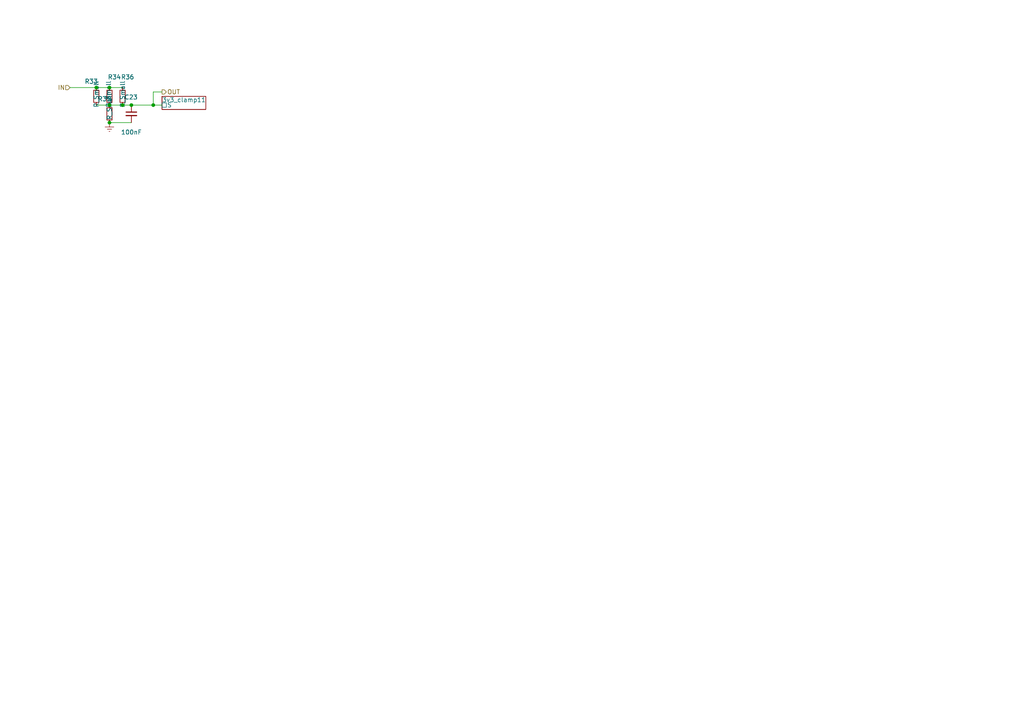
<source format=kicad_sch>
(kicad_sch (version 20231120) (generator "eeschema") (generator_version "8.0")
  (paper "A4")
  (lib_symbols
    (symbol "Device:C_Small" (pin_numbers hide) (pin_names (offset 0.254) hide)
      (property "Reference" "C" (at 0.254 1.778 0))
      (property "Value" "C_Small" (at 0.254 -2.032 0))
      (symbol "C_Small_0_1"
        (polyline (pts (xy -1.524 -0.508) (xy 1.524 -0.508)) (stroke (width 0.3302)))
        (polyline (pts (xy -1.524 0.508) (xy 1.524 0.508)) (stroke (width 0.3048)))
      )
      (symbol "C_Small_1_1"
        (pin passive line (at 0 2.54 270) (length 2.032) (name "~") (number "1"))
        (pin passive line (at 0 -2.54 90) (length 2.032) (name "~") (number "2"))
      )
    )
    (symbol "Device:R_Small" (pin_numbers hide) (pin_names (offset 0.254) hide)
      (property "Reference" "R" (at 0.762 0.508 0))
      (property "Value" "R_Small" (at 0.762 -1.016 0))
      (symbol "R_Small_0_1"
        (rectangle (start -0.762 1.778) (end 0.762 -1.778) (stroke (width 0.2032)))
      )
      (symbol "R_Small_1_1"
        (pin passive line (at 0 2.54 270) (length 0.762) (name "~") (number "1"))
        (pin passive line (at 0 -2.54 90) (length 0.762) (name "~") (number "2"))
      )
    )
    (symbol "power:Earth" (power) (pin_numbers hide) (pin_names (offset 0) hide)
      (property "Value" "Earth" (at 0 -3.81 0))
      (symbol "Earth_0_1"
        (polyline (pts (xy -0.635 -1.905) (xy 0.635 -1.905)))
        (polyline (pts (xy -0.127 -2.54) (xy 0.127 -2.54)))
        (polyline (pts (xy 0 -1.27) (xy 0 0)))
        (polyline (pts (xy 1.27 -1.27) (xy -1.27 -1.27)))
      )
      (symbol "Earth_1_1"
        (pin power_in line (at 0 0 270) (length 0) (name "~") (number "1"))
      )
    )
  )
  (junction (at 31.75 25.4))
  (junction (at 27.94 25.4))
  (junction (at 38.1 30.48))
  (junction (at 44.45 30.48))
  (junction (at 31.75 35.56))
  (junction (at 31.75 30.48))
  (junction (at 35.56 30.48))
  (wire (pts (xy 31.75 35.56) (xy 38.1 35.56)))
  (wire (pts (xy 31.75 30.48) (xy 35.56 30.48)))
  (wire (pts (xy 20.32 25.4) (xy 27.94 25.4)))
  (wire (pts (xy 44.45 26.67) (xy 44.45 30.48)))
  (wire (pts (xy 44.45 30.48) (xy 46.99 30.48)))
  (wire (pts (xy 46.99 26.67) (xy 44.45 26.67)))
  (wire (pts (xy 35.56 30.48) (xy 38.1 30.48)))
  (wire (pts (xy 27.94 30.48) (xy 31.75 30.48)))
  (wire (pts (xy 31.75 25.4) (xy 35.56 25.4)))
  (wire (pts (xy 27.94 25.4) (xy 31.75 25.4)))
  (wire (pts (xy 38.1 30.48) (xy 44.45 30.48)))
  (hierarchical_label "OUT" (shape output) (at 46.99 26.67 0))
  (hierarchical_label "IN" (shape input) (at 20.32 25.4 180))
  (symbol (lib_id "Device:R_Small") (at 31.75 27.94 0) (unit 1)
    (property "Reference" "R77" (at 31.242 22.352 0) (effects (justify left)))
    (property "Value" "R_Small" (at 31.496 31.242 90) (effects (justify left)))
    (property "Footprint" "Resistor_SMD:R_0805_2012Metric" (effects (hide yes)))
    (property "Description" "Resistor, small symbol" (effects (hide yes)))
    (instances (project "controller" (path "" (reference "R34") (unit 1)) (path "" (reference "R77") (unit 1)) (path "" (reference "R26") (unit 1)) (path "" (reference "R30") (unit 1)) (path "" (reference "R38") (unit 1)) (path "" (reference "R81") (unit 1))))
  )
  (symbol (lib_id "Device:R_Small") (at 35.56 27.94 0) (unit 1)
    (property "Reference" "R79" (at 35.052 22.352 0) (effects (justify left)))
    (property "Value" "R_Small" (at 35.56 31.242 90) (effects (justify left)))
    (property "Footprint" "Resistor_SMD:R_0805_2012Metric" (effects (hide yes)))
    (property "Description" "Resistor, small symbol" (effects (hide yes)))
    (instances (project "controller" (path "" (reference "R36") (unit 1)) (path "" (reference "R79") (unit 1)) (path "" (reference "R28") (unit 1)) (path "" (reference "R32") (unit 1)) (path "" (reference "R40") (unit 1)) (path "" (reference "R83") (unit 1))))
  )
  (symbol (lib_id "Device:R_Small") (at 31.75 33.02 0) (mirror y) (unit 1)
    (property "Reference" "R78" (at 32.258 28.702 0) (effects (justify left)))
    (property "Value" "R_Small" (at 31.75 34.798 90) (effects (justify left)))
    (property "Footprint" "Resistor_SMD:R_0603_1608Metric" (effects (hide yes)))
    (property "Description" "Resistor, small symbol" (effects (hide yes)))
    (instances (project "controller" (path "" (reference "R35") (unit 1)) (path "" (reference "R78") (unit 1)) (path "" (reference "R27") (unit 1)) (path "" (reference "R31") (unit 1)) (path "" (reference "R39") (unit 1)) (path "" (reference "R82") (unit 1))))
  )
  (symbol (lib_id "power:Earth") (at 31.75 35.56 0) (unit 1)
    (property "Reference" "#PWR090" (effects (hide yes)))
    (property "Value" "Earth" (effects (hide yes)))
    (instances (project "controller" (path "" (reference "#PWR053") (unit 1)) (path "" (reference "#PWR090") (unit 1)) (path "" (reference "#PWR033") (unit 1)) (path "" (reference "#PWR050") (unit 1)) (path "" (reference "#PWR079") (unit 1)) (path "" (reference "#PWR091") (unit 1))))
  )
  (symbol (lib_id "Device:R_Small") (at 27.94 27.94 0) (mirror y) (unit 1)
    (property "Reference" "R76" (at 28.448 23.622 0) (effects (justify left)))
    (property "Value" "R_Small" (at 27.94 31.242 90) (effects (justify left)))
    (property "Footprint" "Resistor_SMD:R_0805_2012Metric" (effects (hide yes)))
    (property "Description" "Resistor, small symbol" (effects (hide yes)))
    (instances (project "controller" (path "" (reference "R33") (unit 1)) (path "" (reference "R76") (unit 1)) (path "" (reference "R25") (unit 1)) (path "" (reference "R29") (unit 1)) (path "" (reference "R37") (unit 1)) (path "" (reference "R80") (unit 1))))
  )
  (symbol (lib_id "Device:C_Small") (at 38.1 33.02 0) (mirror y) (unit 1)
    (property "Reference" "C26" (at 36.068 28.194 0) (effects (justify right)))
    (property "Value" "100nF" (at 35.052 38.354 0) (effects (justify right)))
    (property "Footprint" "Capacitor_SMD:C_0402_1005Metric" (effects (hide yes)))
    (property "Description" "Unpolarized capacitor, small symbol" (effects (hide yes)))
    (instances (project "controller" (path "" (reference "C23") (unit 1)) (path "" (reference "C26") (unit 1)) (path "" (reference "C21") (unit 1)) (path "" (reference "C22") (unit 1)) (path "" (reference "C24") (unit 1)) (path "" (reference "C27") (unit 1))))
  )
  (sheet (at 46.99 27.94) (size 12.7 3.81) (stroke (width 0.1524))
    (property "Sheetname" "3v3_clamp11" (at 46.99 29.718 0) (effects (justify left bottom)))
    (property "Sheetfile" "mcu_clamp.kicad_sch" (effects (hide yes)))
    (pin "S" passive (at 46.99 30.48 180))
  )
)
</source>
